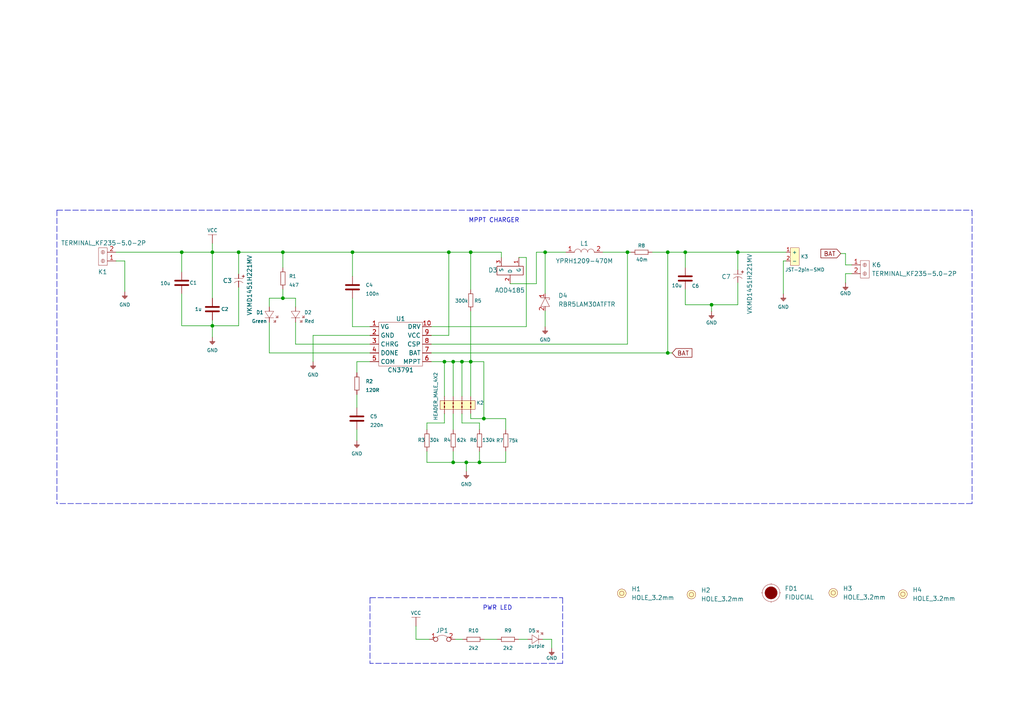
<source format=kicad_sch>
(kicad_sch (version 20211123) (generator eeschema)
  (paper "A4")
  (title_block (title "MPPT Li-Ion CN3791 charger board") (date "2024-03-15") (rev "V1.2.1.") (company "SOLDERED") (comment 1 "333136"))
  (lib_symbols
    (symbol "GND_1" (power) (pin_names (offset 0))
      (property "Value" "GND_1" (at 0 -2.921 0))
      (symbol "GND_1_0_1"
        (polyline (pts (xy -0.762 -1.27) (xy 0.762 -1.27)) (stroke (width 0.16)))
        (polyline (pts (xy -0.635 -1.524) (xy 0.635 -1.524)) (stroke (width 0.16)))
        (polyline (pts (xy -0.381 -1.778) (xy 0.381 -1.778)) (stroke (width 0.16)))
        (polyline (pts (xy -0.127 -2.032) (xy 0.127 -2.032)) (stroke (width 0.16)))
        (polyline (pts (xy 0 0) (xy 0 -1.27)) (stroke (width 0.16)))
      )
      (symbol "GND_1_1_1"
        (pin power_in line (at 0 0 270) (length 0) hide (name "GND") (number "1"))
      )
    )
    (symbol "GND_2" (power) (pin_names (offset 0))
      (property "Value" "GND_2" (at 0 -2.921 0))
      (symbol "GND_2_0_1"
        (polyline (pts (xy -0.762 -1.27) (xy 0.762 -1.27)) (stroke (width 0.16)))
        (polyline (pts (xy -0.635 -1.524) (xy 0.635 -1.524)) (stroke (width 0.16)))
        (polyline (pts (xy -0.381 -1.778) (xy 0.381 -1.778)) (stroke (width 0.16)))
        (polyline (pts (xy -0.127 -2.032) (xy 0.127 -2.032)) (stroke (width 0.16)))
        (polyline (pts (xy 0 0) (xy 0 -1.27)) (stroke (width 0.16)))
      )
      (symbol "GND_2_1_1"
        (pin power_in line (at 0 0 270) (length 0) hide (name "GND") (number "1"))
      )
    )
    (symbol "GND_3" (power) (pin_names (offset 0))
      (property "Value" "GND_3" (at 0 -2.921 0))
      (symbol "GND_3_0_1"
        (polyline (pts (xy -0.762 -1.27) (xy 0.762 -1.27)) (stroke (width 0.16)))
        (polyline (pts (xy -0.635 -1.524) (xy 0.635 -1.524)) (stroke (width 0.16)))
        (polyline (pts (xy -0.381 -1.778) (xy 0.381 -1.778)) (stroke (width 0.16)))
        (polyline (pts (xy -0.127 -2.032) (xy 0.127 -2.032)) (stroke (width 0.16)))
        (polyline (pts (xy 0 0) (xy 0 -1.27)) (stroke (width 0.16)))
      )
      (symbol "GND_3_1_1"
        (pin power_in line (at 0 0 270) (length 0) hide (name "GND") (number "1"))
      )
    )
    (symbol "GND_4" (power) (pin_names (offset 0))
      (property "Value" "GND_4" (at 0 -2.921 0))
      (symbol "GND_4_0_1"
        (polyline (pts (xy -0.762 -1.27) (xy 0.762 -1.27)) (stroke (width 0.16)))
        (polyline (pts (xy -0.635 -1.524) (xy 0.635 -1.524)) (stroke (width 0.16)))
        (polyline (pts (xy -0.381 -1.778) (xy 0.381 -1.778)) (stroke (width 0.16)))
        (polyline (pts (xy -0.127 -2.032) (xy 0.127 -2.032)) (stroke (width 0.16)))
        (polyline (pts (xy 0 0) (xy 0 -1.27)) (stroke (width 0.16)))
      )
      (symbol "GND_4_1_1"
        (pin power_in line (at 0 0 270) (length 0) hide (name "GND") (number "1"))
      )
    )
    (symbol "GND_5" (power) (pin_names (offset 0))
      (property "Value" "GND_5" (at 0 -2.921 0))
      (symbol "GND_5_0_1"
        (polyline (pts (xy -0.762 -1.27) (xy 0.762 -1.27)) (stroke (width 0.16)))
        (polyline (pts (xy -0.635 -1.524) (xy 0.635 -1.524)) (stroke (width 0.16)))
        (polyline (pts (xy -0.381 -1.778) (xy 0.381 -1.778)) (stroke (width 0.16)))
        (polyline (pts (xy -0.127 -2.032) (xy 0.127 -2.032)) (stroke (width 0.16)))
        (polyline (pts (xy 0 0) (xy 0 -1.27)) (stroke (width 0.16)))
      )
      (symbol "GND_5_1_1"
        (pin power_in line (at 0 0 270) (length 0) hide (name "GND") (number "1"))
      )
    )
    (symbol "GND_6" (power) (pin_names (offset 0))
      (property "Value" "GND_6" (at 0 -2.921 0))
      (symbol "GND_6_0_1"
        (polyline (pts (xy -0.762 -1.27) (xy 0.762 -1.27)) (stroke (width 0.16)))
        (polyline (pts (xy -0.635 -1.524) (xy 0.635 -1.524)) (stroke (width 0.16)))
        (polyline (pts (xy -0.381 -1.778) (xy 0.381 -1.778)) (stroke (width 0.16)))
        (polyline (pts (xy -0.127 -2.032) (xy 0.127 -2.032)) (stroke (width 0.16)))
        (polyline (pts (xy 0 0) (xy 0 -1.27)) (stroke (width 0.16)))
      )
      (symbol "GND_6_1_1"
        (pin power_in line (at 0 0 270) (length 0) hide (name "GND") (number "1"))
      )
    )
    (symbol "GND_7" (power) (pin_names (offset 0))
      (property "Value" "GND_7" (at 0 -2.921 0))
      (symbol "GND_7_0_1"
        (polyline (pts (xy -0.762 -1.27) (xy 0.762 -1.27)) (stroke (width 0.16)))
        (polyline (pts (xy -0.635 -1.524) (xy 0.635 -1.524)) (stroke (width 0.16)))
        (polyline (pts (xy -0.381 -1.778) (xy 0.381 -1.778)) (stroke (width 0.16)))
        (polyline (pts (xy -0.127 -2.032) (xy 0.127 -2.032)) (stroke (width 0.16)))
        (polyline (pts (xy 0 0) (xy 0 -1.27)) (stroke (width 0.16)))
      )
      (symbol "GND_7_1_1"
        (pin power_in line (at 0 0 270) (length 0) hide (name "GND") (number "1"))
      )
    )
    (symbol "GND_8" (power) (pin_names (offset 0))
      (property "Value" "GND_8" (at 0 -2.921 0))
      (symbol "GND_8_0_1"
        (polyline (pts (xy -0.762 -1.27) (xy 0.762 -1.27)) (stroke (width 0.16)))
        (polyline (pts (xy -0.635 -1.524) (xy 0.635 -1.524)) (stroke (width 0.16)))
        (polyline (pts (xy -0.381 -1.778) (xy 0.381 -1.778)) (stroke (width 0.16)))
        (polyline (pts (xy -0.127 -2.032) (xy 0.127 -2.032)) (stroke (width 0.16)))
        (polyline (pts (xy 0 0) (xy 0 -1.27)) (stroke (width 0.16)))
      )
      (symbol "GND_8_1_1"
        (pin power_in line (at 0 0 270) (length 0) hide (name "GND") (number "1"))
      )
    )
    (symbol "e-radionica.com schematics:0402LED" (pin_numbers hide) (pin_names (offset 0.254) hide)
      (property "Reference" "D" (at -0.635 2.54 0))
      (property "Value" "0402LED" (at 0 -2.54 0))
      (symbol "0402LED_0_1"
        (polyline (pts (xy -0.635 1.27) (xy 1.27 0)) (stroke (width 0.0006)))
        (polyline (pts (xy 0.635 1.905) (xy 1.27 2.54)) (stroke (width 0.0006)))
        (polyline (pts (xy 1.27 1.27) (xy 1.27 -1.27)) (stroke (width 0.0006)))
        (polyline (pts (xy 1.905 1.27) (xy 2.54 1.905)) (stroke (width 0.0006)))
        (polyline (pts (xy -0.635 1.27) (xy -0.635 -1.27) (xy 1.27 0)) (stroke (width 0.0006)))
        (polyline (pts (xy 1.27 2.54) (xy 0.635 2.54) (xy 1.27 1.905) (xy 1.27 2.54)) (stroke (width 0.0006)))
        (polyline (pts (xy 2.54 1.905) (xy 1.905 1.905) (xy 2.54 1.27) (xy 2.54 1.905)) (stroke (width 0.0006)))
      )
      (symbol "0402LED_1_1"
        (pin passive line (at -1.905 0 0) (length 1.27) (name "A") (number "1"))
        (pin passive line (at 2.54 0 180) (length 1.27) (name "K") (number "2"))
      )
    )
    (symbol "e-radionica.com schematics:0402R" (pin_numbers hide) (pin_names (offset 0.254))
      (property "Reference" "R" (at -1.905 1.27 0))
      (property "Value" "0402R" (at 0 -1.27 0))
      (symbol "0402R_0_1"
        (rectangle (start -1.905 -0.635) (end 1.905 -0.6604) (stroke (width 0.1)))
        (rectangle (start -1.905 0.635) (end -1.8796 -0.635) (stroke (width 0.1)))
        (rectangle (start -1.905 0.635) (end 1.905 0.6096) (stroke (width 0.1)))
        (rectangle (start 1.905 0.635) (end 1.9304 -0.635) (stroke (width 0.1)))
      )
      (symbol "0402R_1_1"
        (pin passive line (at -3.175 0 0) (length 1.27) (name "~") (number "1"))
        (pin passive line (at 3.175 0 180) (length 1.27) (name "~") (number "2"))
      )
    )
    (symbol "e-radionica.com schematics:0603C" (pin_numbers hide) (pin_names (offset 0.002))
      (property "Reference" "C" (at -0.635 3.175 0))
      (property "Value" "0603C" (at 0 -3.175 0))
      (symbol "0603C_0_1"
        (polyline (pts (xy -0.635 1.905) (xy -0.635 -1.905)) (stroke (width 0.5)))
        (polyline (pts (xy 0.635 1.905) (xy 0.635 -1.905)) (stroke (width 0.5)))
      )
      (symbol "0603C_1_1"
        (pin passive line (at -3.175 0 0) (length 2.54) (name "~") (number "1"))
        (pin passive line (at 3.175 0 180) (length 2.54) (name "~") (number "2"))
      )
    )
    (symbol "e-radionica.com schematics:0603R" (pin_numbers hide) (pin_names (offset 0.254))
      (property "Reference" "R" (at -1.905 1.905 0))
      (property "Value" "0603R" (at 0 -1.905 0))
      (symbol "0603R_0_1"
        (rectangle (start -1.905 -0.635) (end 1.905 -0.6604) (stroke (width 0.1)))
        (rectangle (start -1.905 0.635) (end -1.8796 -0.635) (stroke (width 0.1)))
        (rectangle (start -1.905 0.635) (end 1.905 0.6096) (stroke (width 0.1)))
        (rectangle (start 1.905 0.635) (end 1.9304 -0.635) (stroke (width 0.1)))
      )
      (symbol "0603R_1_1"
        (pin passive line (at -3.175 0 0) (length 1.27) (name "~") (number "1"))
        (pin passive line (at 3.175 0 180) (length 1.27) (name "~") (number "2"))
      )
    )
    (symbol "e-radionica.com schematics:1206C" (pin_numbers hide)
      (property "Reference" "C" (at -0.635 3.175 0))
      (property "Value" "1206C" (at 0 -3.175 0))
      (symbol "1206C_0_1"
        (polyline (pts (xy -0.635 1.905) (xy -0.635 -1.905)) (stroke (width 0.5)))
        (polyline (pts (xy 0.635 1.905) (xy 0.635 -1.905)) (stroke (width 0.5)))
      )
      (symbol "1206C_1_1"
        (pin passive line (at -3.175 0 0) (length 2.54) (name "~") (number "1"))
        (pin passive line (at 3.175 0 180) (length 2.54) (name "~") (number "2"))
      )
    )
    (symbol "e-radionica.com schematics:1210R" (pin_numbers hide) (pin_names (offset 0.254))
      (property "Reference" "R" (at 0 1.27 0))
      (property "Value" "1210R" (at 0 -1.905 0))
      (symbol "1210R_0_1"
        (rectangle (start -1.905 -0.635) (end 1.905 -0.6604) (stroke (width 0.1)))
        (rectangle (start -1.905 0.635) (end -1.8796 -0.635) (stroke (width 0.1)))
        (rectangle (start -1.905 0.635) (end 1.905 0.6096) (stroke (width 0.1)))
        (rectangle (start 1.905 0.635) (end 1.9304 -0.635) (stroke (width 0.1)))
      )
      (symbol "1210R_1_1"
        (pin passive line (at -3.175 0 0) (length 1.27) (name "~") (number "1"))
        (pin passive line (at 3.175 0 180) (length 1.27) (name "~") (number "2"))
      )
    )
    (symbol "e-radionica.com schematics:AOD4185"
      (property "Reference" "D" (at 0 5.08 0))
      (property "Value" "AOD4185" (at 0 -5.08 0))
      (symbol "AOD4185_0_1"
        (rectangle (start -1.27 3.81) (end 1.27 -3.81) (stroke (width 0.1524)))
      )
      (symbol "AOD4185_1_1"
        (pin passive line (at -3.81 2.54 0) (length 2.54) (name "G") (number "1"))
        (pin passive line (at 3.81 0 180) (length 2.54) (name "D") (number "2"))
        (pin passive line (at -3.81 -2.54 0) (length 2.54) (name "S") (number "3"))
      )
    )
    (symbol "e-radionica.com schematics:CN3791"
      (property "Reference" "U" (at 0 7.62 0))
      (property "Value" "CN3791" (at 0 -7.62 0))
      (symbol "CN3791_0_1"
        (rectangle (start -7.62 5.08) (end -7.62 5.08) (stroke (width 0.0006)))
        (rectangle (start -6.35 6.35) (end 6.35 -6.35) (stroke (width 0.0006)))
      )
      (symbol "CN3791_1_1"
        (pin input line (at -8.89 5.08 0) (length 2.54) (name "VG") (number "1"))
        (pin input line (at 8.89 5.08 180) (length 2.54) (name "DRV") (number "10"))
        (pin input line (at -8.89 2.54 0) (length 2.54) (name "GND") (number "2"))
        (pin input line (at -8.89 0 0) (length 2.54) (name "CHRG") (number "3"))
        (pin input line (at -8.89 -2.54 0) (length 2.54) (name "DONE") (number "4"))
        (pin input line (at -8.89 -5.08 0) (length 2.54) (name "COM") (number "5"))
        (pin input line (at 8.89 -5.08 180) (length 2.54) (name "MPPT") (number "6"))
        (pin input line (at 8.89 -2.54 180) (length 2.54) (name "BAT") (number "7"))
        (pin input line (at 8.89 0 180) (length 2.54) (name "CSP") (number "8"))
        (pin input line (at 8.89 2.54 180) (length 2.54) (name "VCC") (number "9"))
      )
    )
    (symbol "e-radionica.com schematics:ELECTROLITIC_CAP_8x8x14.5" (pin_numbers hide) (pin_names hide)
      (property "Reference" "C" (at -1.27 2.54 0))
      (property "Value" "ELECTROLITIC_CAP_8x8x14.5" (at 0 -2.54 0))
      (symbol "ELECTROLITIC_CAP_8x8x14.5_0_0"
        (text "+" (at -1.905 1.27 0) (effects (font (size 1 1))))
      )
      (symbol "ELECTROLITIC_CAP_8x8x14.5_0_1"
        (polyline (pts (xy -1.27 -1.27) (xy -1.27 1.27)) (stroke (width 0.0006)))
        (arc (start -0.0001 1.27) (mid -0.5261 0) (end -0.0001 -1.27) (stroke (width 0.0006)))
      )
      (symbol "ELECTROLITIC_CAP_8x8x14.5_1_1"
        (pin input line (at -2.54 0 0) (length 1.27) (name "+") (number "1"))
        (pin input line (at 1.27 0 180) (length 1.8) (name "-") (number "2"))
      )
    )
    (symbol "e-radionica.com schematics:FIDUCIAL" (in_bom no)
      (property "Reference" "FD" (at 0 3.81 0))
      (property "Value" "FIDUCIAL" (at 0 -3.81 0))
      (symbol "FIDUCIAL_0_1"
        (polyline (pts (xy -2.54 0) (xy -2.794 0)) (stroke (width 0.0006)))
        (polyline (pts (xy 0 -2.54) (xy 0 -2.794)) (stroke (width 0.0006)))
        (polyline (pts (xy 0 2.54) (xy 0 2.794)) (stroke (width 0.0006)))
        (polyline (pts (xy 2.54 0) (xy 2.794 0)) (stroke (width 0.0006)))
        (circle (center 0 0) (radius 1.7961) (stroke (width 0.001)) (fill (type outline)))
        (circle (center 0 0) (radius 2.54) (stroke (width 0.0006)))
      )
    )
    (symbol "e-radionica.com schematics:GND" (power) (pin_names (offset 0))
      (property "Value" "GND" (at 0 -2.921 0))
      (symbol "GND_0_1"
        (polyline (pts (xy -0.762 -1.27) (xy 0.762 -1.27)) (stroke (width 0.16)))
        (polyline (pts (xy -0.635 -1.524) (xy 0.635 -1.524)) (stroke (width 0.16)))
        (polyline (pts (xy -0.381 -1.778) (xy 0.381 -1.778)) (stroke (width 0.16)))
        (polyline (pts (xy -0.127 -2.032) (xy 0.127 -2.032)) (stroke (width 0.16)))
        (polyline (pts (xy 0 0) (xy 0 -1.27)) (stroke (width 0.16)))
      )
      (symbol "GND_1_1"
        (pin power_in line (at 0 0 270) (length 0) hide (name "GND") (number "1"))
      )
    )
    (symbol "e-radionica.com schematics:HEADER_MALE_4X2" (pin_numbers hide) (pin_names hide)
      (property "Reference" "K" (at 0 7.62 0))
      (property "Value" "HEADER_MALE_4X2" (at 0 -5.08 0))
      (symbol "HEADER_MALE_4X2_0_1"
        (rectangle (start -1.27 6.35) (end 1.27 -3.81) (stroke (width 0.1)) (fill (type background)))
        (polyline (pts (xy -1.27 -2.54) (xy -0.635 -2.54)) (stroke (width 0.0006)))
        (polyline (pts (xy -1.27 0) (xy -0.635 0)) (stroke (width 0.0006)))
        (polyline (pts (xy -1.27 2.54) (xy -0.635 2.54)) (stroke (width 0.0006)))
        (polyline (pts (xy -1.27 5.08) (xy -0.635 5.08)) (stroke (width 0.0006)))
        (polyline (pts (xy -0.762 -2.54) (xy -0.254 -2.54)) (stroke (width 0.3)))
        (polyline (pts (xy -0.762 0) (xy -0.254 0)) (stroke (width 0.3)))
        (polyline (pts (xy -0.762 2.54) (xy -0.254 2.54)) (stroke (width 0.3)))
        (polyline (pts (xy -0.762 5.08) (xy -0.254 5.08)) (stroke (width 0.3)))
        (polyline (pts (xy 0.254 -2.54) (xy 0.762 -2.54)) (stroke (width 0.3)))
        (polyline (pts (xy 0.254 0) (xy 0.762 0)) (stroke (width 0.3)))
        (polyline (pts (xy 0.254 2.54) (xy 0.762 2.54)) (stroke (width 0.3)))
        (polyline (pts (xy 0.254 5.08) (xy 0.762 5.08)) (stroke (width 0.3)))
        (polyline (pts (xy 1.27 -2.54) (xy 0.635 -2.54)) (stroke (width 0.0006)))
        (polyline (pts (xy 1.27 0) (xy 0.635 0)) (stroke (width 0.0006)))
        (polyline (pts (xy 1.27 2.54) (xy 0.635 2.54)) (stroke (width 0.0006)))
        (polyline (pts (xy 1.27 5.08) (xy 0.635 5.08)) (stroke (width 0.0006)))
      )
      (symbol "HEADER_MALE_4X2_1_1"
        (pin passive line (at -2.54 5.08 0) (length 1.27) (name "~") (number "1"))
        (pin passive line (at -2.54 2.54 0) (length 1.27) (name "~") (number "2"))
        (pin passive line (at -2.54 0 0) (length 1.27) (name "~") (number "3"))
        (pin passive line (at -2.54 -2.54 0) (length 1.27) (name "~") (number "4"))
        (pin passive line (at 2.54 -2.54 180) (length 1.27) (name "~") (number "5"))
        (pin passive line (at 2.54 0 180) (length 1.27) (name "~") (number "6"))
        (pin passive line (at 2.54 2.54 180) (length 1.27) (name "~") (number "7"))
        (pin passive line (at 2.54 5.08 180) (length 1.27) (name "~") (number "8"))
      )
    )
    (symbol "e-radionica.com schematics:HOLE_3.2mm" (pin_numbers hide) (pin_names hide)
      (property "Reference" "H" (at 0 2.54 0))
      (property "Value" "HOLE_3.2mm" (at 0 -2.54 0))
      (symbol "HOLE_3.2mm_0_1"
        (circle (center 0 0) (radius 0.635) (stroke (width 0.0006)))
        (circle (center 0 0) (radius 1.27) (stroke (width 0.001)) (fill (type background)))
      )
    )
    (symbol "e-radionica.com schematics:JST-2pin-SMD"
      (property "Reference" "K" (at -1.27 5.08 0))
      (property "Value" "JST-2pin-SMD" (at 0 -2.54 0))
      (symbol "JST-2pin-SMD_0_1"
        (rectangle (start -2.54 3.81) (end 0 -1.27) (stroke (width 0.001)) (fill (type background)))
      )
      (symbol "JST-2pin-SMD_1_1"
        (pin passive line (at 1.27 0 180) (length 1.27) (name "+") (number "1"))
        (pin passive line (at 1.27 2.54 180) (length 1.27) (name "-") (number "2"))
      )
    )
    (symbol "e-radionica.com schematics:RBR5LAM30ATFTR" (pin_names hide)
      (property "Reference" "D" (at 0 2.54 0))
      (property "Value" "RBR5LAM30ATFTR" (at 0 -2.54 0))
      (symbol "RBR5LAM30ATFTR_0_1"
        (polyline (pts (xy 1.27 1.27) (xy 1.778 1.27) (xy 1.778 1.016)) (stroke (width 0.1)))
        (polyline (pts (xy -1.27 -1.27) (xy -1.27 1.27) (xy 1.27 0) (xy -1.27 -1.27)) (stroke (width 0.1)))
        (polyline (pts (xy 1.27 1.27) (xy 1.27 -1.27) (xy 0.762 -1.27) (xy 0.762 -1.016)) (stroke (width 0.1)))
      )
      (symbol "RBR5LAM30ATFTR_1_1"
        (pin input line (at 2.54 0 180) (length 1.27) (name "C") (number "1"))
        (pin input line (at -2.54 0 0) (length 1.27) (name "A") (number "2"))
      )
    )
    (symbol "e-radionica.com schematics:SMD-JUMPER-CONNECTED_TRACE_SLODERMASK"
      (property "Reference" "JP" (at 0 3.556 0))
      (property "Value" "SMD-JUMPER-CONNECTED_TRACE_SLODERMASK" (at 0 -2.54 0))
      (symbol "SMD-JUMPER-CONNECTED_TRACE_SLODERMASK_0_1"
        (arc (start 1.5845 0.5996) (mid -0.0202 1.1519) (end -1.6159 0.5742) (stroke (width 0.0006)))
      )
      (symbol "SMD-JUMPER-CONNECTED_TRACE_SLODERMASK_1_1"
        (pin passive inverted (at -3.81 0 0) (length 2.54) (name "") (number "1"))
        (pin passive inverted (at 3.81 0 180) (length 2.54) (name "") (number "2"))
      )
    )
    (symbol "e-radionica.com schematics:TERMINAL_KF235-5.0-2P"
      (property "Reference" "K" (at 0 3.81 0))
      (property "Value" "TERMINAL_KF235-5.0-2P" (at 0 -3.81 0))
      (symbol "TERMINAL_KF235-5.0-2P_0_1"
        (rectangle (start -1.27 2.54) (end 1.27 -2.54) (stroke (width 0.0006)))
        (circle (center 0 -1.27) (radius 0.508) (stroke (width 0.0006)))
        (polyline (pts (xy -0.254 -1.27) (xy 0.254 -1.27)) (stroke (width 0.0006)))
        (polyline (pts (xy -0.254 1.27) (xy 0.254 1.27)) (stroke (width 0.0006)))
        (polyline (pts (xy 0 -0.762) (xy 0 -1.778)) (stroke (width 0.0006)))
        (polyline (pts (xy 0 1.778) (xy 0 0.762)) (stroke (width 0.0006)))
        (circle (center 0 1.27) (radius 0.508) (stroke (width 0.0006)))
      )
      (symbol "TERMINAL_KF235-5.0-2P_1_1"
        (pin input line (at -3.81 1.27 0) (length 2.54) (name "~") (number "1"))
        (pin input line (at -3.81 -1.27 0) (length 2.54) (name "~") (number "2"))
      )
    )
    (symbol "e-radionica.com schematics:VCC" (power) (pin_names (offset 0))
      (property "Value" "VCC" (at 0 3.556 0))
      (symbol "VCC_0_1"
        (polyline (pts (xy -1.27 2.54) (xy 1.27 2.54)) (stroke (width 0.0006)))
        (polyline (pts (xy 0 0) (xy 0 2.54)))
      )
      (symbol "VCC_1_1"
        (pin power_in line (at 0 0 90) (length 0) hide (name "VCC") (number "1"))
      )
    )
    (symbol "e-radionica.com schematics:YPRH1209-470M"
      (property "Reference" "L" (at 0 2.159 0))
      (property "Value" "YPRH1209-470M" (at 0 -1.778 0))
      (symbol "YPRH1209-470M_0_1"
        (arc (start -1.016 0) (mid -1.9685 0.9388) (end -2.921 0) (stroke (width 0.0006)))
        (arc (start 0.889 0) (mid -0.0635 0.9388) (end -1.016 0) (stroke (width 0.0006)))
        (arc (start 2.794 0) (mid 1.8415 0.9388) (end 0.889 0) (stroke (width 0.0006)))
      )
      (symbol "YPRH1209-470M_1_1"
        (pin passive line (at -5.461 0 0) (length 2.54) (name "") (number "1"))
        (pin passive line (at 5.334 0 180) (length 2.54) (name "") (number "2"))
      )
    )
  )
  (junction (at 102.235 73.152) (diameter 0.9144))
  (junction (at 139.065 134.112) (diameter 0.9144))
  (junction (at 198.755 73.152) (diameter 0.9144))
  (junction (at 131.445 134.112) (diameter 0.9144))
  (junction (at 133.985 104.902))
  (junction (at 135.255 134.112) (diameter 0.9144))
  (junction (at 213.995 73.152) (diameter 0.9144))
  (junction (at 61.595 94.488) (diameter 0.9144))
  (junction (at 136.525 104.902) (diameter 0.9144))
  (junction (at 128.905 104.902))
  (junction (at 181.991 73.152) (diameter 0.9144))
  (junction (at 69.215 73.152) (diameter 0.9144))
  (junction (at 136.525 73.152) (diameter 0.9144))
  (junction (at 206.375 88.392) (diameter 0.9144))
  (junction (at 82.042 73.152) (diameter 0.9144))
  (junction (at 140.335 121.412) (diameter 0.9144))
  (junction (at 193.675 102.362) (diameter 0.9144))
  (junction (at 130.175 73.152) (diameter 0.9144))
  (junction (at 52.705 73.152) (diameter 0.9144))
  (junction (at 193.675 73.152) (diameter 0.9144))
  (junction (at 61.595 73.152) (diameter 0.9144))
  (junction (at 158.115 73.152))
  (junction (at 82.042 86.487) (diameter 0.9144))
  (junction (at 131.445 104.902))
  (wire (pts (xy 131.445 120.015) (xy 131.445 124.587)))
  (wire (pts (xy 131.445 104.902) (xy 131.445 114.935)))
  (wire (pts (xy 82.042 73.152) (xy 82.042 77.597)))
  (wire (pts (xy 103.505 104.902) (xy 107.315 104.902)))
  (wire (pts (xy 103.505 108.077) (xy 103.505 104.902)))
  (wire (pts (xy 61.595 73.152) (xy 52.705 73.152)))
  (wire (pts (xy 61.595 86.487) (xy 61.595 73.152)))
  (wire (pts (xy 128.905 104.902) (xy 131.445 104.902)))
  (wire (pts (xy 78.105 102.362) (xy 78.105 93.472)))
  (wire (pts (xy 107.315 102.362) (xy 78.105 102.362)))
  (wire (pts (xy 193.675 73.152) (xy 189.23 73.152)))
  (wire (pts (xy 198.755 73.152) (xy 193.675 73.152)))
  (wire (pts (xy 198.755 77.597) (xy 198.755 73.152)))
  (wire (pts (xy 69.215 83.312) (xy 69.215 94.488)))
  (wire (pts (xy 158.115 73.152) (xy 164.084 73.152)))
  (wire (pts (xy 146.685 130.937) (xy 146.685 134.112)))
  (wire (pts (xy 146.685 134.112) (xy 139.065 134.112)))
  (polyline (pts (xy 281.94 146.05) (xy 16.51 146.05)))
  (wire (pts (xy 125.095 99.822) (xy 181.991 99.822)))
  (wire (pts (xy 181.991 99.822) (xy 181.991 73.152)))
  (wire (pts (xy 125.095 102.362) (xy 193.675 102.362)))
  (wire (pts (xy 193.675 73.152) (xy 193.675 102.362)))
  (wire (pts (xy 136.525 73.152) (xy 130.175 73.152)))
  (wire (pts (xy 136.525 83.947) (xy 136.525 73.152)))
  (wire (pts (xy 120.65 181.61) (xy 120.65 185.42)))
  (wire (pts (xy 243.84 73.533) (xy 245.237 73.533)))
  (wire (pts (xy 139.065 122.682) (xy 133.985 122.682)))
  (wire (pts (xy 139.065 124.587) (xy 139.065 122.682)))
  (wire (pts (xy 133.985 120.015) (xy 133.985 122.682)))
  (wire (pts (xy 245.237 73.533) (xy 245.237 76.835)))
  (wire (pts (xy 85.725 99.822) (xy 85.725 93.472)))
  (wire (pts (xy 107.315 99.822) (xy 85.725 99.822)))
  (polyline (pts (xy 107.315 173.355) (xy 163.195 173.355)) (stroke (width 0) (type dash)))
  (wire (pts (xy 174.879 73.152) (xy 181.991 73.152)))
  (wire (pts (xy 181.991 73.152) (xy 182.88 73.152)))
  (wire (pts (xy 102.235 80.137) (xy 102.235 73.152)))
  (wire (pts (xy 123.825 122.682) (xy 123.825 124.587)))
  (wire (pts (xy 128.905 120.015) (xy 128.905 122.682)))
  (wire (pts (xy 128.905 122.682) (xy 123.825 122.682)))
  (wire (pts (xy 245.237 79.375) (xy 247.015 79.375)))
  (wire (pts (xy 245.237 82.042) (xy 245.237 79.375)))
  (wire (pts (xy 125.095 104.902) (xy 128.905 104.902)))
  (wire (pts (xy 136.525 104.902) (xy 140.335 104.902)))
  (wire (pts (xy 140.335 104.902) (xy 140.335 121.412)))
  (wire (pts (xy 140.335 121.412) (xy 136.525 121.412)))
  (wire (pts (xy 135.255 134.112) (xy 135.255 136.652)))
  (wire (pts (xy 147.955 82.296) (xy 155.575 82.296)))
  (wire (pts (xy 136.525 120.015) (xy 136.525 121.412)))
  (wire (pts (xy 245.237 76.835) (xy 247.015 76.835)))
  (wire (pts (xy 103.505 114.427) (xy 103.505 118.237)))
  (wire (pts (xy 158.115 85.09) (xy 158.115 73.152)))
  (wire (pts (xy 90.805 97.282) (xy 90.805 104.902)))
  (wire (pts (xy 107.315 97.282) (xy 90.805 97.282)))
  (wire (pts (xy 120.65 185.42) (xy 124.46 185.42)))
  (wire (pts (xy 160.02 187.96) (xy 160.02 185.42)))
  (wire (pts (xy 158.115 90.17) (xy 158.115 94.742)))
  (wire (pts (xy 155.575 73.152) (xy 158.115 73.152)))
  (wire (pts (xy 128.905 104.902) (xy 128.905 114.935)))
  (wire (pts (xy 227.203 75.692) (xy 227.203 85.217)))
  (wire (pts (xy 227.203 75.692) (xy 227.965 75.692)))
  (wire (pts (xy 52.705 94.488) (xy 61.595 94.488)))
  (wire (pts (xy 139.065 130.937) (xy 139.065 134.112)))
  (wire (pts (xy 140.4939 185.42) (xy 144.145 185.42)))
  (wire (pts (xy 103.505 124.587) (xy 103.505 127.762)))
  (wire (pts (xy 78.105 86.487) (xy 82.042 86.487)))
  (wire (pts (xy 78.105 89.027) (xy 78.105 86.487)))
  (wire (pts (xy 82.042 86.487) (xy 85.725 86.487)))
  (wire (pts (xy 102.235 94.742) (xy 102.235 86.487)))
  (wire (pts (xy 107.315 94.742) (xy 102.235 94.742)))
  (polyline (pts (xy 281.94 60.96) (xy 281.94 146.05)))
  (wire (pts (xy 213.995 73.152) (xy 198.755 73.152)))
  (wire (pts (xy 213.995 78.232) (xy 213.995 73.152)))
  (polyline (pts (xy 16.51 60.96) (xy 16.51 146.05)))
  (wire (pts (xy 52.705 73.152) (xy 33.655 73.152)))
  (wire (pts (xy 52.705 78.867) (xy 52.705 73.152)))
  (wire (pts (xy 150.495 185.42) (xy 153.035 185.42)))
  (wire (pts (xy 69.215 94.488) (xy 61.595 94.488)))
  (wire (pts (xy 69.215 73.152) (xy 61.595 73.152)))
  (wire (pts (xy 69.215 79.502) (xy 69.215 73.152)))
  (wire (pts (xy 198.755 83.947) (xy 198.755 88.392)))
  (wire (pts (xy 131.445 130.937) (xy 131.445 134.112)))
  (wire (pts (xy 155.575 82.296) (xy 155.575 73.152)))
  (polyline (pts (xy 16.51 60.96) (xy 281.94 60.96)))
  (wire (pts (xy 145.415 73.152) (xy 136.525 73.152)))
  (wire (pts (xy 136.525 104.902) (xy 136.525 114.935)))
  (wire (pts (xy 193.675 102.362) (xy 194.945 102.362)))
  (polyline (pts (xy 163.195 192.405) (xy 107.315 192.405)) (stroke (width 0) (type dash)))
  (wire (pts (xy 160.02 185.42) (xy 157.48 185.42)))
  (polyline (pts (xy 107.315 173.355) (xy 107.315 192.405)) (stroke (width 0) (type dash)))
  (wire (pts (xy 82.042 83.947) (xy 82.042 86.487)))
  (wire (pts (xy 33.655 75.692) (xy 36.195 75.692)))
  (wire (pts (xy 36.195 75.692) (xy 36.195 84.582)))
  (wire (pts (xy 125.095 94.742) (xy 152.654 94.742)))
  (wire (pts (xy 198.755 88.392) (xy 206.375 88.392)))
  (wire (pts (xy 206.375 88.392) (xy 213.995 88.392)))
  (wire (pts (xy 213.995 88.392) (xy 213.995 82.042)))
  (wire (pts (xy 206.375 88.392) (xy 206.375 90.297)))
  (polyline (pts (xy 163.195 173.355) (xy 163.195 192.405)) (stroke (width 0) (type dash)))
  (wire (pts (xy 69.215 73.152) (xy 82.042 73.152)))
  (wire (pts (xy 82.042 73.152) (xy 102.235 73.152)))
  (wire (pts (xy 133.985 104.902) (xy 136.525 104.902)))
  (wire (pts (xy 52.705 85.217) (xy 52.705 94.488)))
  (wire (pts (xy 61.595 92.837) (xy 61.595 94.488)))
  (wire (pts (xy 61.595 94.488) (xy 61.595 97.79)))
  (wire (pts (xy 125.095 97.282) (xy 130.175 97.282)))
  (wire (pts (xy 130.175 73.152) (xy 102.235 73.152)))
  (wire (pts (xy 130.175 97.282) (xy 130.175 73.152)))
  (wire (pts (xy 145.415 73.152) (xy 145.415 74.676)))
  (wire (pts (xy 123.825 130.937) (xy 123.825 134.112)))
  (wire (pts (xy 123.825 134.112) (xy 131.445 134.112)))
  (wire (pts (xy 131.445 134.112) (xy 135.255 134.112)))
  (wire (pts (xy 135.255 134.112) (xy 139.065 134.112)))
  (wire (pts (xy 61.595 70.612) (xy 61.595 73.152)))
  (wire (pts (xy 131.445 104.902) (xy 133.985 104.902)))
  (wire (pts (xy 213.995 73.152) (xy 227.965 73.152)))
  (wire (pts (xy 136.525 90.297) (xy 136.525 104.902)))
  (wire (pts (xy 133.985 104.902) (xy 133.985 114.935)))
  (wire (pts (xy 132.08 185.42) (xy 134.1439 185.42)))
  (wire (pts (xy 150.495 74.676) (xy 152.654 74.676)))
  (wire (pts (xy 152.654 74.676) (xy 152.654 94.742)))
  (wire (pts (xy 85.725 89.027) (xy 85.725 86.487)))
  (wire (pts (xy 146.685 121.412) (xy 140.335 121.412)))
  (wire (pts (xy 146.685 124.587) (xy 146.685 121.412)))
  (text "MPPT CHARGER" (at 135.89 64.77 0) (effects (font (size 1.27 1.27)) (justify left bottom)))
  (text "PWR LED" (at 148.59 177.165 180) (effects (font (size 1.27 1.27)) (justify right bottom)))
  (global_label "BAT" (shape input) (at 243.84 73.533 180) (property "Intersheet References" "${INTERSHEET_REFS}" (effects hide)))
  (global_label "BAT" (shape input) (at 194.945 102.362 0) (property "Intersheet References" "${INTERSHEET_REFS}" (effects hide)))
  (symbol (lib_id "e-radionica.com schematics:HOLE_3.2mm") (at 180.34 172.085 0) (unit 1)
    (property "Reference" "H1" (at 183.134 170.8149 0) (effects (justify left)))
    (property "Value" "HOLE_3.2mm" (at 183.134 173.3549 0) (effects (justify left)))
    (property "Footprint" "e-radionica.com footprinti:HOLE_3.2mm" (effects hide))
  )
  (symbol (lib_id "e-radionica.com schematics:0603R") (at 136.525 87.122 90) (unit 1)
    (property "Reference" "R5" (at 137.541 87.249 90) (effects (font (size 1 1)) (justify right)))
    (property "Value" "300k" (at 131.953 87.249 90) (effects (font (size 1 1)) (justify right)))
    (property "Footprint" "e-radionica.com footprinti:0603R" (effects hide))
  )
  (symbol (lib_id "e-radionica.com schematics:0402LED") (at 85.725 90.932 270) (unit 1)
    (property "Reference" "D2" (at 88.265 90.6145 90) (effects (font (size 1 1)) (justify left)))
    (property "Value" "Red" (at 88.265 93.1545 90) (effects (font (size 1 1)) (justify left)))
    (property "Footprint" "e-radionica.com footprinti:0402LED" (effects hide))
    (property "Package" "0402" (effects hide))
  )
  (symbol (lib_id "e-radionica.com schematics:AOD4185") (at 147.955 78.486 270) (unit 1)
    (property "Reference" "D3" (at 141.605 78.3589 90) (effects (justify left)))
    (property "Value" "AOD4185" (at 143.51 84.2009 90) (effects (justify left)))
    (property "Footprint" "e-radionica.com footprinti:DPAK" (effects hide))
  )
  (symbol (lib_name "GND_2") (lib_id "e-radionica.com schematics:GND") (at 103.505 127.762 0) (unit 1)
    (property "Reference" "#PWR05" (effects hide))
    (property "Value" "GND" (at 103.505 131.572 0) (effects (font (size 1 1))))
  )
  (symbol (lib_name "GND_4") (lib_id "e-radionica.com schematics:GND") (at 206.375 90.297 0) (unit 1)
    (property "Reference" "#PWR08" (effects hide))
    (property "Value" "GND" (at 206.375 93.599 0) (effects (font (size 1 1))))
  )
  (symbol (lib_id "e-radionica.com schematics:GND") (at 135.255 136.652 0) (unit 1)
    (property "Reference" "#PWR06" (effects hide))
    (property "Value" "GND" (at 135.255 140.462 0) (effects (font (size 1 1))))
  )
  (symbol (lib_id "e-radionica.com schematics:0402R") (at 82.042 80.772 90) (unit 1)
    (property "Reference" "R1" (at 83.82 80.1243 90) (effects (font (size 1 1)) (justify right)))
    (property "Value" "4k7" (at 83.82 82.6643 90) (effects (font (size 1 1)) (justify right)))
    (property "Footprint" "e-radionica.com footprinti:0402R" (effects hide))
  )
  (symbol (lib_id "e-radionica.com schematics:RBR5LAM30ATFTR") (at 158.115 87.63 90) (unit 1)
    (property "Reference" "D4" (at 161.925 85.7249 90) (effects (justify right)))
    (property "Value" "RBR5LAM30ATFTR" (at 161.925 88.2649 90) (effects (justify right)))
    (property "Footprint" "e-radionica.com footprinti:RBR5LAM30ATFTR" (effects hide))
  )
  (symbol (lib_id "e-radionica.com schematics:HOLE_3.2mm") (at 241.681 171.958 0) (unit 1)
    (property "Reference" "H3" (at 244.475 170.6879 0) (effects (justify left)))
    (property "Value" "HOLE_3.2mm" (at 244.475 173.2279 0) (effects (justify left)))
    (property "Footprint" "e-radionica.com footprinti:HOLE_3.2mm" (effects hide))
  )
  (symbol (lib_id "e-radionica.com schematics:1206C") (at 52.705 82.042 90) (unit 1)
    (property "Reference" "C1" (at 54.991 82.042 90) (effects (font (size 1 1)) (justify right)))
    (property "Value" "10u" (at 46.482 82.169 90) (effects (font (size 1 1)) (justify right)))
    (property "Footprint" "e-radionica.com footprinti:1206C" (effects hide))
  )
  (symbol (lib_id "e-radionica.com schematics:VCC") (at 120.65 181.61 0) (unit 1)
    (property "Reference" "#PWR09" (effects hide))
    (property "Value" "VCC" (at 120.65 177.8 0) (effects (font (size 1 1))))
  )
  (symbol (lib_id "e-radionica.com schematics:0603C") (at 103.505 121.412 90) (unit 1)
    (property "Reference" "C5" (at 107.315 120.777 90) (effects (font (size 1 1)) (justify right)))
    (property "Value" "220n" (at 107.315 123.317 90) (effects (font (size 1 1)) (justify right)))
    (property "Footprint" "e-radionica.com footprinti:0603C" (effects hide))
  )
  (symbol (lib_id "e-radionica.com schematics:ELECTROLITIC_CAP_8x8x14.5") (at 213.995 80.772 270) (unit 1)
    (property "Reference" "C7" (at 211.963 80.2641 90) (effects (justify right)))
    (property "Value" "VKMD1451H221MV" (at 217.424 91.1861 0) (effects (justify right)))
    (property "Footprint" "e-radionica.com footprinti:ELECTROLITIC_CAP_8x8x14.5" (effects hide))
  )
  (symbol (lib_id "e-radionica.com schematics:JST-2pin-SMD") (at 229.235 73.152 180) (unit 1)
    (property "Reference" "K3" (at 232.283 74.422 0) (effects (font (size 1 1)) (justify right)))
    (property "Value" "JST-2pin-SMD" (at 227.711 78.232 0) (effects (font (size 1 1)) (justify right)))
    (property "Footprint" "e-radionica.com footprinti:JST-2pin-SMD" (effects hide))
  )
  (symbol (lib_id "e-radionica.com schematics:0603R") (at 123.825 127.762 90) (unit 1)
    (property "Reference" "R3" (at 121.158 127.635 90) (effects (font (size 1 1)) (justify right)))
    (property "Value" "30k" (at 124.587 127.635 90) (effects (font (size 1 1)) (justify right)))
    (property "Footprint" "e-radionica.com footprinti:0603R" (effects hide))
  )
  (symbol (lib_id "e-radionica.com schematics:FIDUCIAL") (at 223.647 171.958 0) (unit 1) (in_bom no)
    (property "Reference" "FD1" (at 227.584 170.6879 0) (effects (justify left)))
    (property "Value" "FIDUCIAL" (at 227.584 173.2279 0) (effects (justify left)))
    (property "Footprint" "e-radionica.com footprinti:FIDUCIAL_23" (effects hide))
  )
  (symbol (lib_id "e-radionica.com schematics:HOLE_3.2mm") (at 200.533 172.466 0) (unit 1)
    (property "Reference" "H2" (at 203.327 171.1959 0) (effects (justify left)))
    (property "Value" "HOLE_3.2mm" (at 203.327 173.7359 0) (effects (justify left)))
    (property "Footprint" "e-radionica.com footprinti:HOLE_3.2mm" (effects hide))
  )
  (symbol (lib_id "e-radionica.com schematics:VCC") (at 61.595 70.612 0) (unit 1)
    (property "Reference" "#PWR02" (effects hide))
    (property "Value" "VCC" (at 61.595 66.802 0) (effects (font (size 1 1))))
  )
  (symbol (lib_id "e-radionica.com schematics:0603R") (at 103.505 111.252 90) (unit 1)
    (property "Reference" "R2" (at 106.045 110.617 90) (effects (font (size 1 1)) (justify right)))
    (property "Value" "120R" (at 106.045 113.157 90) (effects (font (size 1 1)) (justify right)))
    (property "Footprint" "e-radionica.com footprinti:0603R" (effects hide))
  )
  (symbol (lib_id "e-radionica.com schematics:0402R") (at 147.32 185.42 0) (unit 1)
    (property "Reference" "R9" (at 147.32 182.88 0) (effects (font (size 1 1))))
    (property "Value" "2k2" (at 147.32 187.96 0) (effects (font (size 1 1))))
    (property "Footprint" "e-radionica.com footprinti:0402R" (effects hide))
  )
  (symbol (lib_name "GND_1") (lib_id "e-radionica.com schematics:GND") (at 158.115 94.742 0) (unit 1)
    (property "Reference" "#PWR07" (effects hide))
    (property "Value" "GND" (at 158.115 98.552 0) (effects (font (size 1 1))))
  )
  (symbol (lib_id "e-radionica.com schematics:ELECTROLITIC_CAP_8x8x14.5") (at 69.215 82.042 270) (unit 1)
    (property "Reference" "C3" (at 67.31 81.4071 90) (effects (justify right)))
    (property "Value" "VKMD1451H221MV" (at 72.39 91.5671 0) (effects (justify right)))
    (property "Footprint" "e-radionica.com footprinti:ELECTROLITIC_CAP_8x8x14.5" (effects hide))
  )
  (symbol (lib_id "e-radionica.com schematics:CN3791") (at 116.205 99.822 0) (unit 1)
    (property "Reference" "U1" (at 116.205 92.456 0))
    (property "Value" "CN3791" (at 116.205 107.315 0))
    (property "Footprint" "e-radionica.com footprinti:CN3791" (effects hide))
  )
  (symbol (lib_id "e-radionica.com schematics:TERMINAL_KF235-5.0-2P") (at 250.825 78.105 0) (unit 1)
    (property "Reference" "K6" (at 252.857 76.8349 0) (effects (justify left)))
    (property "Value" "TERMINAL_KF235-5.0-2P" (at 252.857 79.3749 0) (effects (justify left)))
    (property "Footprint" "e-radionica.com footprinti:TERMINAL_KF235-5.0-2P" (effects hide))
  )
  (symbol (lib_name "GND_8") (lib_id "e-radionica.com schematics:GND") (at 36.195 84.582 0) (unit 1)
    (property "Reference" "#PWR01" (effects hide))
    (property "Value" "GND" (at 36.195 88.392 0) (effects (font (size 1 1))))
  )
  (symbol (lib_id "e-radionica.com schematics:0402LED") (at 78.105 90.932 270) (unit 1)
    (property "Reference" "D1" (at 74.295 90.6145 90) (effects (font (size 1 1)) (justify left)))
    (property "Value" "Green" (at 73.025 93.1545 90) (effects (font (size 1 1)) (justify left)))
    (property "Footprint" "e-radionica.com footprinti:0402LED" (effects hide))
    (property "Package" "0402" (effects hide))
  )
  (symbol (lib_id "e-radionica.com schematics:TERMINAL_KF235-5.0-2P") (at 29.845 74.422 180) (unit 1)
    (property "Reference" "K1" (at 29.7813 78.867 0))
    (property "Value" "TERMINAL_KF235-5.0-2P" (at 30.0353 70.485 0))
    (property "Footprint" "e-radionica.com footprinti:TERMINAL_KF235-5.0-2P" (effects hide))
  )
  (symbol (lib_id "e-radionica.com schematics:1210R") (at 186.055 73.152 0) (unit 1)
    (property "Reference" "R8" (at 186.055 71.247 0) (effects (font (size 1 1))))
    (property "Value" "40m" (at 186.182 75.311 0) (effects (font (size 1 1))))
    (property "Footprint" "e-radionica.com footprinti:1210R" (effects hide))
  )
  (symbol (lib_name "GND_5") (lib_id "e-radionica.com schematics:GND") (at 245.237 82.042 0) (unit 1)
    (property "Reference" "#PWR013" (effects hide))
    (property "Value" "GND" (at 245.237 85.09 0) (effects (font (size 1 1))))
  )
  (symbol (lib_id "e-radionica.com schematics:0603R") (at 146.685 127.762 90) (unit 1)
    (property "Reference" "R7" (at 143.891 127.762 90) (effects (font (size 1 1)) (justify right)))
    (property "Value" "75k" (at 147.447 127.762 90) (effects (font (size 1 1)) (justify right)))
    (property "Footprint" "e-radionica.com footprinti:0603R" (effects hide))
  )
  (symbol (lib_id "e-radionica.com schematics:0402R") (at 137.3189 185.42 0) (unit 1)
    (property "Reference" "R10" (at 137.3189 182.88 0) (effects (font (size 1 1))))
    (property "Value" "2k2" (at 137.3189 187.96 0) (effects (font (size 1 1))))
    (property "Footprint" "e-radionica.com footprinti:0402R" (effects hide))
  )
  (symbol (lib_name "GND_6") (lib_id "e-radionica.com schematics:GND") (at 227.203 85.217 0) (unit 1)
    (property "Reference" "#PWR010" (effects hide))
    (property "Value" "GND" (at 227.203 89.027 0) (effects (font (size 1 1))))
  )
  (symbol (lib_id "e-radionica.com schematics:0402LED") (at 154.94 185.42 0) (unit 1)
    (property "Reference" "D5" (at 154.305 182.88 0) (effects (font (size 1 1))))
    (property "Value" "purple" (at 155.575 187.325 0) (effects (font (size 1 1))))
    (property "Footprint" "e-radionica.com footprinti:0402LED" (effects hide))
  )
  (symbol (lib_id "e-radionica.com schematics:HEADER_MALE_4X2") (at 133.985 117.475 90) (unit 1)
    (property "Reference" "K2" (at 140.335 116.84 90) (effects (font (size 1 1)) (justify left)))
    (property "Value" "HEADER_MALE_4X2" (at 126.365 121.92 0) (effects (font (size 1 1)) (justify left)))
    (property "Footprint" "e-radionica.com footprinti:HEADER_MALE_4X2" (effects hide))
  )
  (symbol (lib_id "e-radionica.com schematics:HOLE_3.2mm") (at 261.874 172.339 0) (unit 1)
    (property "Reference" "H4" (at 264.668 171.0689 0) (effects (justify left)))
    (property "Value" "HOLE_3.2mm" (at 264.668 173.6089 0) (effects (justify left)))
    (property "Footprint" "e-radionica.com footprinti:HOLE_3.2mm" (effects hide))
  )
  (symbol (lib_id "e-radionica.com schematics:SMD-JUMPER-CONNECTED_TRACE_SLODERMASK") (at 128.27 185.42 0) (unit 1)
    (property "Reference" "JP1" (at 128.27 182.88 0))
    (property "Value" "SMD-JUMPER-CONNECTED_TRACE_SLODERMASK" (effects hide))
    (property "Footprint" "e-radionica.com footprinti:SMD-JUMPER-CONNECTED_TRACE_SLODERMASK" (effects hide))
  )
  (symbol (lib_name "GND_7") (lib_id "e-radionica.com schematics:GND") (at 61.595 97.79 0) (unit 1)
    (property "Reference" "#PWR03" (effects hide))
    (property "Value" "GND" (at 61.595 101.6 0) (effects (font (size 1 1))))
  )
  (symbol (lib_id "e-radionica.com schematics:YPRH1209-470M") (at 169.545 73.152 0) (unit 1)
    (property "Reference" "L1" (at 169.4815 70.612 0))
    (property "Value" "YPRH1209-470M" (at 169.4815 75.692 0))
    (property "Footprint" "e-radionica.com footprinti:YPRH1209-470M" (effects hide))
  )
  (symbol (lib_id "e-radionica.com schematics:0603C") (at 61.595 89.662 90) (unit 1)
    (property "Reference" "C2" (at 64.135 89.662 90) (effects (font (size 1 1)) (justify right)))
    (property "Value" "1u" (at 56.515 89.662 90) (effects (font (size 1 1)) (justify right)))
    (property "Footprint" "e-radionica.com footprinti:0603C" (effects hide))
  )
  (symbol (lib_id "e-radionica.com schematics:GND") (at 160.02 187.96 0) (unit 1)
    (property "Reference" "#PWR011" (effects hide))
    (property "Value" "GND" (at 160.02 190.881 0) (effects (font (size 1 1))))
  )
  (symbol (lib_id "e-radionica.com schematics:0603R") (at 131.445 127.762 90) (unit 1)
    (property "Reference" "R4" (at 128.651 127.635 90) (effects (font (size 1 1)) (justify right)))
    (property "Value" "62k" (at 132.461 127.635 90) (effects (font (size 1 1)) (justify right)))
    (property "Footprint" "e-radionica.com footprinti:0603R" (effects hide))
  )
  (symbol (lib_id "e-radionica.com schematics:0603C") (at 102.235 83.312 90) (unit 1)
    (property "Reference" "C4" (at 106.045 82.677 90) (effects (font (size 1 1)) (justify right)))
    (property "Value" "100n" (at 106.045 85.217 90) (effects (font (size 1 1)) (justify right)))
    (property "Footprint" "e-radionica.com footprinti:0603C" (effects hide))
  )
  (symbol (lib_name "GND_3") (lib_id "e-radionica.com schematics:GND") (at 90.805 104.902 0) (unit 1)
    (property "Reference" "#PWR04" (effects hide))
    (property "Value" "GND" (at 90.805 108.712 0) (effects (font (size 1 1))))
  )
  (symbol (lib_id "e-radionica.com schematics:0603R") (at 139.065 127.762 90) (unit 1)
    (property "Reference" "R6" (at 136.271 127.635 90) (effects (font (size 1 1)) (justify right)))
    (property "Value" "130k" (at 139.827 127.635 90) (effects (font (size 1 1)) (justify right)))
    (property "Footprint" "e-radionica.com footprinti:0603R" (effects hide))
  )
  (symbol (lib_id "e-radionica.com schematics:1206C") (at 198.755 80.772 90) (unit 1)
    (property "Reference" "C6" (at 200.66 82.931 90) (effects (font (size 1 1)) (justify right)))
    (property "Value" "10u" (at 194.818 82.804 90) (effects (font (size 1 1)) (justify right)))
    (property "Footprint" "e-radionica.com footprinti:1206C" (effects hide))
  )
)
</source>
